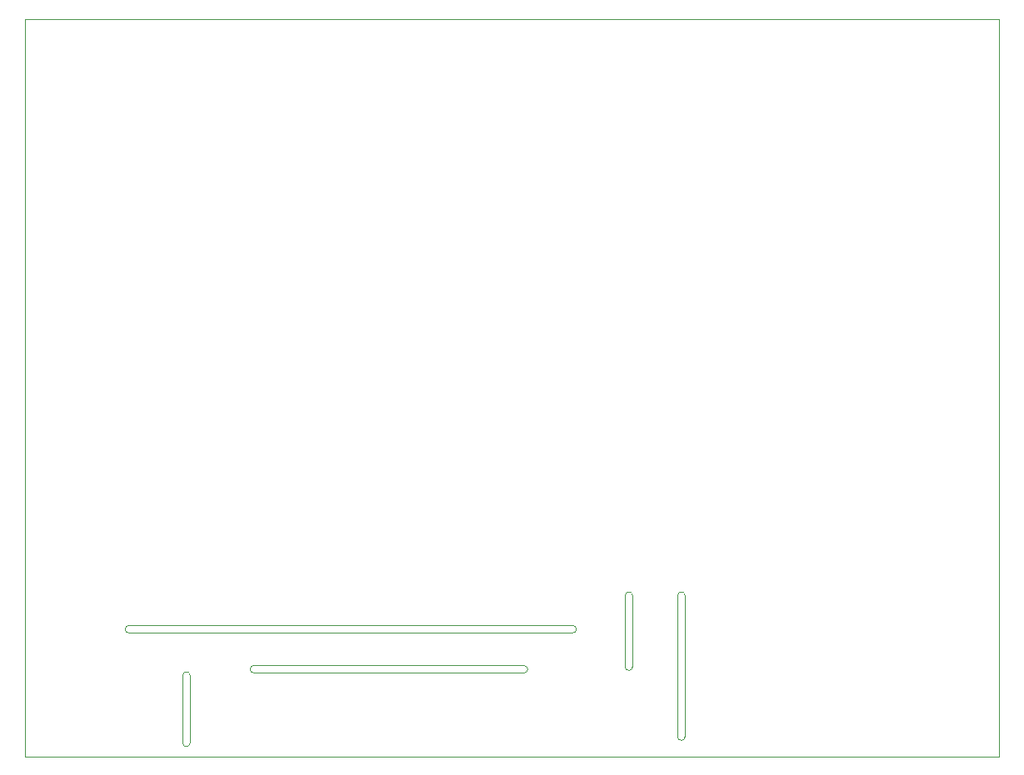
<source format=gm1>
G04 #@! TF.GenerationSoftware,KiCad,Pcbnew,5.1.9*
G04 #@! TF.CreationDate,2021-01-09T13:55:21+02:00*
G04 #@! TF.ProjectId,block,626c6f63-6b2e-46b6-9963-61645f706362,rev?*
G04 #@! TF.SameCoordinates,Original*
G04 #@! TF.FileFunction,Profile,NP*
%FSLAX46Y46*%
G04 Gerber Fmt 4.6, Leading zero omitted, Abs format (unit mm)*
G04 Created by KiCad (PCBNEW 5.1.9) date 2021-01-09 13:55:21*
%MOMM*%
%LPD*%
G01*
G04 APERTURE LIST*
G04 #@! TA.AperFunction,Profile*
%ADD10C,0.050000*%
G04 #@! TD*
G04 APERTURE END LIST*
D10*
X136779000Y-127889000D02*
G75*
G02*
X136017000Y-127889000I-381000J0D01*
G01*
X136017000Y-120650000D02*
G75*
G02*
X136779000Y-120650000I381000J0D01*
G01*
X136779000Y-120650000D02*
X136779000Y-127889000D01*
X136017000Y-123063000D02*
X136017000Y-127889000D01*
X136017000Y-123063000D02*
X136017000Y-120650000D01*
X98298000Y-128524000D02*
G75*
G02*
X98298000Y-127762000I0J381000D01*
G01*
X125730000Y-128524000D02*
X98298000Y-128524000D01*
X125730000Y-127762000D02*
G75*
G02*
X125730000Y-128524000I0J-381000D01*
G01*
X120269000Y-127762000D02*
X125730000Y-127762000D01*
X114808000Y-127762000D02*
X120269000Y-127762000D01*
X104521000Y-127762000D02*
X114808000Y-127762000D01*
X98298000Y-127762000D02*
X104521000Y-127762000D01*
X142113000Y-135001000D02*
G75*
G02*
X141351000Y-135001000I-381000J0D01*
G01*
X141351000Y-120650000D02*
G75*
G02*
X142113000Y-120650000I381000J0D01*
G01*
X142113000Y-120650000D02*
X142113000Y-134239000D01*
X141351000Y-132461000D02*
X141351000Y-120650000D01*
X141351000Y-134239000D02*
X141351000Y-132461000D01*
X142113000Y-134239000D02*
X142113000Y-135001000D01*
X141351000Y-135001000D02*
X141351000Y-134239000D01*
X91821000Y-135636000D02*
G75*
G02*
X91059000Y-135636000I-381000J0D01*
G01*
X91059000Y-128778000D02*
G75*
G02*
X91821000Y-128778000I381000J0D01*
G01*
X91059000Y-135636000D02*
X91059000Y-132080000D01*
X91821000Y-128778000D02*
X91821000Y-135636000D01*
X91059000Y-132080000D02*
X91059000Y-128778000D01*
X130683000Y-123698000D02*
G75*
G02*
X130683000Y-124460000I0J-381000D01*
G01*
X130683000Y-124460000D02*
X130302000Y-124460000D01*
X86360000Y-124460000D02*
X130302000Y-124460000D01*
X85598000Y-124460000D02*
G75*
G02*
X85598000Y-123698000I0J381000D01*
G01*
X85598000Y-124460000D02*
X86360000Y-124460000D01*
X130683000Y-123698000D02*
X85598000Y-123698000D01*
X174040000Y-62000000D02*
X75000000Y-62000000D01*
X174040000Y-137000000D02*
X174040000Y-62000000D01*
X75000000Y-137000000D02*
X174040000Y-137000000D01*
X75000000Y-62000000D02*
X75000000Y-137000000D01*
M02*

</source>
